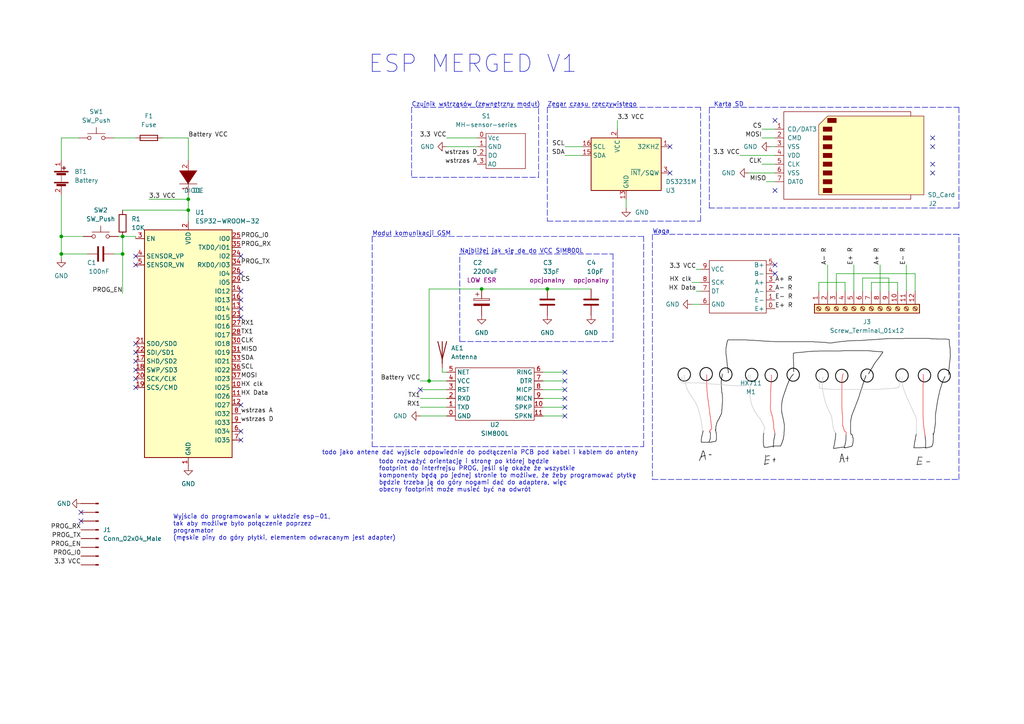
<source format=kicad_sch>
(kicad_sch (version 20211123) (generator eeschema)
  (paper "A4")
  (lib_symbols
    (symbol "Connector:Conn_01x08_Male" (pin_numbers hide) (pin_names (offset 1.016) hide)
      (property "Reference" "J" (at 0 10.16 0))
      (property "Value" "Conn_01x08_Male" (at 0 -12.7 0))
      (symbol "Conn_01x08_Male_1_1"
        (polyline (pts (xy 1.27 -10.16) (xy 0.8636 -10.16)) (stroke (width 0.1524)))
        (polyline (pts (xy 1.27 -7.62) (xy 0.8636 -7.62)) (stroke (width 0.1524)))
        (polyline (pts (xy 1.27 -5.08) (xy 0.8636 -5.08)) (stroke (width 0.1524)))
        (polyline (pts (xy 1.27 -2.54) (xy 0.8636 -2.54)) (stroke (width 0.1524)))
        (polyline (pts (xy 1.27 0) (xy 0.8636 0)) (stroke (width 0.1524)))
        (polyline (pts (xy 1.27 2.54) (xy 0.8636 2.54)) (stroke (width 0.1524)))
        (polyline (pts (xy 1.27 5.08) (xy 0.8636 5.08)) (stroke (width 0.1524)))
        (polyline (pts (xy 1.27 7.62) (xy 0.8636 7.62)) (stroke (width 0.1524)))
        (rectangle (start 0.8636 -10.033) (end 0 -10.287) (stroke (width 0.1524)) (fill (type outline)))
        (rectangle (start 0.8636 -7.493) (end 0 -7.747) (stroke (width 0.1524)) (fill (type outline)))
        (rectangle (start 0.8636 -4.953) (end 0 -5.207) (stroke (width 0.1524)) (fill (type outline)))
        (rectangle (start 0.8636 -2.413) (end 0 -2.667) (stroke (width 0.1524)) (fill (type outline)))
        (rectangle (start 0.8636 0.127) (end 0 -0.127) (stroke (width 0.1524)) (fill (type outline)))
        (rectangle (start 0.8636 2.667) (end 0 2.413) (stroke (width 0.1524)) (fill (type outline)))
        (rectangle (start 0.8636 5.207) (end 0 4.953) (stroke (width 0.1524)) (fill (type outline)))
        (rectangle (start 0.8636 7.747) (end 0 7.493) (stroke (width 0.1524)) (fill (type outline)))
        (pin passive line (at 5.08 7.62 180) (length 3.81) (name "Pin_1") (number "1"))
        (pin passive line (at 5.08 5.08 180) (length 3.81) (name "Pin_2") (number "2"))
        (pin passive line (at 5.08 2.54 180) (length 3.81) (name "Pin_3") (number "3"))
        (pin passive line (at 5.08 0 180) (length 3.81) (name "Pin_4") (number "4"))
        (pin passive line (at 5.08 -2.54 180) (length 3.81) (name "Pin_5") (number "5"))
        (pin passive line (at 5.08 -5.08 180) (length 3.81) (name "Pin_6") (number "6"))
        (pin passive line (at 5.08 -7.62 180) (length 3.81) (name "Pin_7") (number "7"))
        (pin passive line (at 5.08 -10.16 180) (length 3.81) (name "Pin_8") (number "8"))
      )
    )
    (symbol "Connector:SD_Card" (pin_names (offset 1.016))
      (property "Reference" "J2" (at 22.86 -13.97 0))
      (property "Value" "SD_Card" (at 25.4 -11.43 0))
      (symbol "SD_Card_0_1"
        (rectangle (start -8.89 -9.525) (end -6.35 -10.795) (fill (type outline)))
        (rectangle (start -8.89 -6.985) (end -6.35 -8.255) (fill (type outline)))
        (rectangle (start -8.89 -4.445) (end -6.35 -5.715) (fill (type outline)))
        (rectangle (start -8.89 -1.905) (end -6.35 -3.175) (fill (type outline)))
        (rectangle (start -8.89 0.635) (end -6.35 -0.635) (fill (type outline)))
        (rectangle (start -8.89 3.175) (end -6.35 1.905) (fill (type outline)))
        (rectangle (start -8.89 5.715) (end -6.35 4.445) (fill (type outline)))
        (rectangle (start -8.89 8.255) (end -6.35 6.985) (fill (type outline)))
        (rectangle (start -7.62 10.795) (end -5.08 9.525) (fill (type outline)))
        (polyline (pts (xy -10.16 8.89) (xy -7.62 11.43) (xy 20.32 11.43) (xy 20.32 -11.43) (xy -10.16 -11.43) (xy -10.16 8.89)) (fill (type background)))
        (polyline (pts (xy 16.51 11.43) (xy 16.51 12.7) (xy -20.32 12.7) (xy -20.32 -12.7) (xy 16.51 -12.7) (xy 16.51 -11.43)))
      )
      (symbol "SD_Card_1_1"
        (pin input line (at -22.86 7.62 0) (length 2.54) (name "CD/DAT3") (number "1"))
        (pin input line (at -22.86 5.08 0) (length 2.54) (name "CMD") (number "2"))
        (pin power_in line (at -22.86 2.54 0) (length 2.54) (name "VSS") (number "3"))
        (pin passive line (at -22.86 0 0) (length 2.54) (name "VDD") (number "4"))
        (pin input line (at -22.86 -2.54 0) (length 2.54) (name "CLK") (number "5"))
        (pin power_in line (at -22.86 -5.08 0) (length 2.54) (name "VSS") (number "6"))
        (pin input line (at -22.86 -7.62 0) (length 2.54) (name "DAT0") (number "7"))
      )
    )
    (symbol "Connector:Screw_Terminal_01x12" (pin_names (offset 1.016) hide)
      (property "Reference" "J" (at 0 15.24 0))
      (property "Value" "Screw_Terminal_01x12" (at 0 -17.78 0))
      (symbol "Screw_Terminal_01x12_1_1"
        (rectangle (start -1.27 13.97) (end 1.27 -16.51) (stroke (width 0.254)) (fill (type background)))
        (circle (center 0 -15.24) (radius 0.635) (stroke (width 0.1524)))
        (circle (center 0 -12.7) (radius 0.635) (stroke (width 0.1524)))
        (circle (center 0 -10.16) (radius 0.635) (stroke (width 0.1524)))
        (circle (center 0 -7.62) (radius 0.635) (stroke (width 0.1524)))
        (circle (center 0 -5.08) (radius 0.635) (stroke (width 0.1524)))
        (circle (center 0 -2.54) (radius 0.635) (stroke (width 0.1524)))
        (polyline (pts (xy -0.5334 -14.9098) (xy 0.3302 -15.748)) (stroke (width 0.1524)))
        (polyline (pts (xy -0.5334 -12.3698) (xy 0.3302 -13.208)) (stroke (width 0.1524)))
        (polyline (pts (xy -0.5334 -9.8298) (xy 0.3302 -10.668)) (stroke (width 0.1524)))
        (polyline (pts (xy -0.5334 -7.2898) (xy 0.3302 -8.128)) (stroke (width 0.1524)))
        (polyline (pts (xy -0.5334 -4.7498) (xy 0.3302 -5.588)) (stroke (width 0.1524)))
        (polyline (pts (xy -0.5334 -2.2098) (xy 0.3302 -3.048)) (stroke (width 0.1524)))
        (polyline (pts (xy -0.5334 0.3302) (xy 0.3302 -0.508)) (stroke (width 0.1524)))
        (polyline (pts (xy -0.5334 2.8702) (xy 0.3302 2.032)) (stroke (width 0.1524)))
        (polyline (pts (xy -0.5334 5.4102) (xy 0.3302 4.572)) (stroke (width 0.1524)))
        (polyline (pts (xy -0.5334 7.9502) (xy 0.3302 7.112)) (stroke (width 0.1524)))
        (polyline (pts (xy -0.5334 10.4902) (xy 0.3302 9.652)) (stroke (width 0.1524)))
        (polyline (pts (xy -0.5334 13.0302) (xy 0.3302 12.192)) (stroke (width 0.1524)))
        (polyline (pts (xy -0.3556 -14.732) (xy 0.508 -15.5702)) (stroke (width 0.1524)))
        (polyline (pts (xy -0.3556 -12.192) (xy 0.508 -13.0302)) (stroke (width 0.1524)))
        (polyline (pts (xy -0.3556 -9.652) (xy 0.508 -10.4902)) (stroke (width 0.1524)))
        (polyline (pts (xy -0.3556 -7.112) (xy 0.508 -7.9502)) (stroke (width 0.1524)))
        (polyline (pts (xy -0.3556 -4.572) (xy 0.508 -5.4102)) (stroke (width 0.1524)))
        (polyline (pts (xy -0.3556 -2.032) (xy 0.508 -2.8702)) (stroke (width 0.1524)))
        (polyline (pts (xy -0.3556 0.508) (xy 0.508 -0.3302)) (stroke (width 0.1524)))
        (polyline (pts (xy -0.3556 3.048) (xy 0.508 2.2098)) (stroke (width 0.1524)))
        (polyline (pts (xy -0.3556 5.588) (xy 0.508 4.7498)) (stroke (width 0.1524)))
        (polyline (pts (xy -0.3556 8.128) (xy 0.508 7.2898)) (stroke (width 0.1524)))
        (polyline (pts (xy -0.3556 10.668) (xy 0.508 9.8298)) (stroke (width 0.1524)))
        (polyline (pts (xy -0.3556 13.208) (xy 0.508 12.3698)) (stroke (width 0.1524)))
        (circle (center 0 0) (radius 0.635) (stroke (width 0.1524)))
        (circle (center 0 2.54) (radius 0.635) (stroke (width 0.1524)))
        (circle (center 0 5.08) (radius 0.635) (stroke (width 0.1524)))
        (circle (center 0 7.62) (radius 0.635) (stroke (width 0.1524)))
        (circle (center 0 10.16) (radius 0.635) (stroke (width 0.1524)))
        (circle (center 0 12.7) (radius 0.635) (stroke (width 0.1524)))
        (pin passive line (at -5.08 12.7 0) (length 3.81) (name "Pin_1") (number "1"))
        (pin passive line (at -5.08 -10.16 0) (length 3.81) (name "Pin_10") (number "10"))
        (pin passive line (at -5.08 -12.7 0) (length 3.81) (name "Pin_11") (number "11"))
        (pin passive line (at -5.08 -15.24 0) (length 3.81) (name "Pin_12") (number "12"))
        (pin passive line (at -5.08 10.16 0) (length 3.81) (name "Pin_2") (number "2"))
        (pin passive line (at -5.08 7.62 0) (length 3.81) (name "Pin_3") (number "3"))
        (pin passive line (at -5.08 5.08 0) (length 3.81) (name "Pin_4") (number "4"))
        (pin passive line (at -5.08 2.54 0) (length 3.81) (name "Pin_5") (number "5"))
        (pin passive line (at -5.08 0 0) (length 3.81) (name "Pin_6") (number "6"))
        (pin passive line (at -5.08 -2.54 0) (length 3.81) (name "Pin_7") (number "7"))
        (pin passive line (at -5.08 -5.08 0) (length 3.81) (name "Pin_8") (number "8"))
        (pin passive line (at -5.08 -7.62 0) (length 3.81) (name "Pin_9") (number "9"))
      )
    )
    (symbol "Device:Antenna" (pin_numbers hide) (pin_names (offset 1.016) hide)
      (property "Reference" "AE" (at -1.905 1.905 0))
      (property "Value" "Antenna" (at -1.905 0 0))
      (symbol "Antenna_0_1"
        (polyline (pts (xy 0 2.54) (xy 0 -3.81)) (stroke (width 0.254)))
        (polyline (pts (xy 1.27 2.54) (xy 0 -2.54) (xy -1.27 2.54)) (stroke (width 0.254)))
      )
      (symbol "Antenna_1_1"
        (pin input line (at 0 -5.08 90) (length 2.54) (name "A") (number "1"))
      )
    )
    (symbol "Device:Battery" (pin_names (offset 0) hide)
      (property "Reference" "BT" (at 2.54 2.54 0))
      (property "Value" "Battery" (at 2.54 0 0))
      (symbol "Battery_0_1"
        (rectangle (start -2.032 -1.397) (end 2.032 -1.651) (fill (type outline)))
        (rectangle (start -2.032 1.778) (end 2.032 1.524) (fill (type outline)))
        (rectangle (start -1.3208 -1.9812) (end 1.27 -2.4892) (fill (type outline)))
        (rectangle (start -1.3208 1.1938) (end 1.27 0.6858) (fill (type outline)))
        (polyline (pts (xy 0 -1.524) (xy 0 -1.27)))
        (polyline (pts (xy 0 -1.016) (xy 0 -0.762)))
        (polyline (pts (xy 0 -0.508) (xy 0 -0.254)))
        (polyline (pts (xy 0 0) (xy 0 0.254)))
        (polyline (pts (xy 0 0.508) (xy 0 0.762)))
        (polyline (pts (xy 0 1.778) (xy 0 2.54)))
        (polyline (pts (xy 0.254 2.667) (xy 1.27 2.667)) (stroke (width 0.254)))
        (polyline (pts (xy 0.762 3.175) (xy 0.762 2.159)) (stroke (width 0.254)))
      )
      (symbol "Battery_1_1"
        (pin passive line (at 0 5.08 270) (length 2.54) (name "+") (number "1"))
        (pin passive line (at 0 -5.08 90) (length 2.54) (name "-") (number "2"))
      )
    )
    (symbol "Device:C" (pin_numbers hide) (pin_names (offset 0.254))
      (property "Reference" "C" (at 0.635 2.54 0))
      (property "Value" "C" (at 0.635 -2.54 0))
      (symbol "C_0_1"
        (polyline (pts (xy -2.032 -0.762) (xy 2.032 -0.762)) (stroke (width 0.508)))
        (polyline (pts (xy -2.032 0.762) (xy 2.032 0.762)) (stroke (width 0.508)))
      )
      (symbol "C_1_1"
        (pin passive line (at 0 3.81 270) (length 2.794) (name "~") (number "1"))
        (pin passive line (at 0 -3.81 90) (length 2.794) (name "~") (number "2"))
      )
    )
    (symbol "Device:C_Polarized" (pin_numbers hide) (pin_names (offset 0.254))
      (property "Reference" "C" (at 0.635 2.54 0))
      (property "Value" "C_Polarized" (at 0.635 -2.54 0))
      (symbol "C_Polarized_0_1"
        (rectangle (start -2.286 0.508) (end 2.286 1.016))
        (polyline (pts (xy -1.778 2.286) (xy -0.762 2.286)))
        (polyline (pts (xy -1.27 2.794) (xy -1.27 1.778)))
        (rectangle (start 2.286 -0.508) (end -2.286 -1.016) (fill (type outline)))
      )
      (symbol "C_Polarized_1_1"
        (pin passive line (at 0 3.81 270) (length 2.794) (name "~") (number "1"))
        (pin passive line (at 0 -3.81 90) (length 2.794) (name "~") (number "2"))
      )
    )
    (symbol "Device:Fuse" (pin_numbers hide) (pin_names (offset 0))
      (property "Reference" "F" (at 2.032 0 90))
      (property "Value" "Fuse" (at -1.905 0 90))
      (symbol "Fuse_0_1"
        (rectangle (start -0.762 -2.54) (end 0.762 2.54) (stroke (width 0.254)))
        (polyline (pts (xy 0 2.54) (xy 0 -2.54)))
      )
      (symbol "Fuse_1_1"
        (pin passive line (at 0 3.81 270) (length 1.27) (name "~") (number "1"))
        (pin passive line (at 0 -3.81 90) (length 1.27) (name "~") (number "2"))
      )
    )
    (symbol "Device:R" (pin_numbers hide) (pin_names (offset 0))
      (property "Reference" "R" (at 2.032 0 90))
      (property "Value" "R" (at 0 0 90))
      (symbol "R_0_1"
        (rectangle (start -1.016 -2.54) (end 1.016 2.54) (stroke (width 0.254)))
      )
      (symbol "R_1_1"
        (pin passive line (at 0 3.81 270) (length 1.27) (name "~") (number "1"))
        (pin passive line (at 0 -3.81 90) (length 1.27) (name "~") (number "2"))
      )
    )
    (symbol "RF_Module:ESP32-WROOM-32"
      (property "Reference" "U1" (at 2.0194 38.1 0))
      (property "Value" "ESP32-WROOM-32" (at 2.0194 35.56 0))
      (symbol "ESP32-WROOM-32_0_1"
        (rectangle (start -12.7 33.02) (end 12.7 -33.02) (stroke (width 0.254)) (fill (type background)))
      )
      (symbol "ESP32-WROOM-32_1_1"
        (pin power_in line (at 0 -35.56 90) (length 2.54) (name "GND") (number "1"))
        (pin bidirectional line (at 15.24 -12.7 180) (length 2.54) (name "IO25") (number "10"))
        (pin bidirectional line (at 15.24 -15.24 180) (length 2.54) (name "IO26") (number "11"))
        (pin bidirectional line (at 15.24 -17.78 180) (length 2.54) (name "IO27") (number "12"))
        (pin bidirectional line (at 15.24 10.16 180) (length 2.54) (name "IO14") (number "13"))
        (pin bidirectional line (at 15.24 15.24 180) (length 2.54) (name "IO12") (number "14"))
        (pin passive line (at 0 -35.56 90) (length 2.54) hide (name "GND") (number "15"))
        (pin bidirectional line (at 15.24 12.7 180) (length 2.54) (name "IO13") (number "16"))
        (pin bidirectional line (at -15.24 -5.08 0) (length 2.54) (name "SHD/SD2") (number "17"))
        (pin bidirectional line (at -15.24 -7.62 0) (length 2.54) (name "SWP/SD3") (number "18"))
        (pin bidirectional line (at -15.24 -12.7 0) (length 2.54) (name "SCS/CMD") (number "19"))
        (pin passive line (at 0 35.56 270) (length 2.54) (name "VDD") (number "2"))
        (pin bidirectional line (at -15.24 -10.16 0) (length 2.54) (name "SCK/CLK") (number "20"))
        (pin bidirectional line (at -15.24 0 0) (length 2.54) (name "SDO/SD0") (number "21"))
        (pin bidirectional line (at -15.24 -2.54 0) (length 2.54) (name "SDI/SD1") (number "22"))
        (pin bidirectional line (at 15.24 7.62 180) (length 2.54) (name "IO15") (number "23"))
        (pin bidirectional line (at 15.24 25.4 180) (length 2.54) (name "IO2") (number "24"))
        (pin bidirectional line (at 15.24 30.48 180) (length 2.54) (name "IO0") (number "25"))
        (pin bidirectional line (at 15.24 20.32 180) (length 2.54) (name "IO4") (number "26"))
        (pin bidirectional line (at 15.24 5.08 180) (length 2.54) (name "IO16") (number "27"))
        (pin bidirectional line (at 15.24 2.54 180) (length 2.54) (name "IO17") (number "28"))
        (pin bidirectional line (at 15.24 17.78 180) (length 2.54) (name "IO5") (number "29"))
        (pin input line (at -15.24 30.48 0) (length 2.54) (name "EN") (number "3"))
        (pin bidirectional line (at 15.24 0 180) (length 2.54) (name "IO18") (number "30"))
        (pin bidirectional line (at 15.24 -2.54 180) (length 2.54) (name "IO19") (number "31"))
        (pin no_connect line (at -12.7 -27.94 0) (length 2.54) hide (name "NC") (number "32"))
        (pin bidirectional line (at 15.24 -5.08 180) (length 2.54) (name "IO21") (number "33"))
        (pin bidirectional line (at 15.24 22.86 180) (length 2.54) (name "RXD0/IO3") (number "34"))
        (pin bidirectional line (at 15.24 27.94 180) (length 2.54) (name "TXD0/IO1") (number "35"))
        (pin bidirectional line (at 15.24 -7.62 180) (length 2.54) (name "IO22") (number "36"))
        (pin bidirectional line (at 15.24 -10.16 180) (length 2.54) (name "IO23") (number "37"))
        (pin passive line (at 0 -35.56 90) (length 2.54) hide (name "GND") (number "38"))
        (pin passive line (at 0 -35.56 90) (length 2.54) hide (name "GND") (number "39"))
        (pin input line (at -15.24 25.4 0) (length 2.54) (name "SENSOR_VP") (number "4"))
        (pin input line (at -15.24 22.86 0) (length 2.54) (name "SENSOR_VN") (number "5"))
        (pin input line (at 15.24 -25.4 180) (length 2.54) (name "IO34") (number "6"))
        (pin input line (at 15.24 -27.94 180) (length 2.54) (name "IO35") (number "7"))
        (pin bidirectional line (at 15.24 -20.32 180) (length 2.54) (name "IO32") (number "8"))
        (pin bidirectional line (at 15.24 -22.86 180) (length 2.54) (name "IO33") (number "9"))
      )
    )
    (symbol "Switch:SW_Push" (pin_numbers hide) (pin_names (offset 1.016) hide)
      (property "Reference" "SW" (at 1.27 2.54 0))
      (property "Value" "SW_Push" (at 0 -1.524 0))
      (symbol "SW_Push_0_1"
        (circle (center -2.032 0) (radius 0.508))
        (polyline (pts (xy 0 1.27) (xy 0 3.048)))
        (polyline (pts (xy 2.54 1.27) (xy -2.54 1.27)))
        (circle (center 2.032 0) (radius 0.508))
        (pin passive line (at -5.08 0 0) (length 2.54) (name "1") (number "1"))
        (pin passive line (at 5.08 0 180) (length 2.54) (name "2") (number "2"))
      )
    )
    (symbol "Timer_RTC:DS3231M"
      (property "Reference" "U3" (at 11.43 -7.62 0))
      (property "Value" "DS3231M" (at 11.43 -5.08 0))
      (symbol "DS3231M_0_1"
        (rectangle (start -10.16 7.62) (end 10.16 -7.62) (stroke (width 0.254)) (fill (type background)))
      )
      (symbol "DS3231M_1_1"
        (pin open_collector line (at 12.7 5.08 180) (length 2.54) (name "32KHZ") (number "1"))
        (pin power_in line (at 0 -10.16 90) (length 2.54) (name "GND") (number "13"))
        (pin bidirectional line (at -12.7 2.54 0) (length 2.54) (name "SDA") (number "15"))
        (pin input line (at -12.7 5.08 0) (length 2.54) (name "SCL") (number "16"))
        (pin passive line (at -2.54 10.16 270) (length 2.54) (name "VCC") (number "2"))
        (pin open_collector line (at 12.7 -2.54 180) (length 2.54) (name "~{INT}/SQW") (number "3"))
      )
    )
    (symbol "power:GND" (power) (pin_names (offset 0))
      (property "Value" "GND" (at 0 -3.81 0))
      (symbol "GND_0_1"
        (polyline (pts (xy 0 0) (xy 0 -1.27) (xy 1.27 -1.27) (xy 0 -2.54) (xy -1.27 -1.27) (xy 0 -1.27)))
      )
      (symbol "GND_1_1"
        (pin power_in line (at 0 0 270) (length 0) hide (name "GND") (number "1"))
      )
    )
    (symbol "pspice:DIODE" (pin_names (offset 1.016) hide)
      (property "Reference" "D1" (at 3.81 1.2701 90))
      (property "Value" "DIODE" (at 3.81 -1.2699 90))
      (symbol "DIODE_0_1"
        (polyline (pts (xy 1.905 2.54) (xy 1.905 -2.54)))
        (polyline (pts (xy -1.905 2.54) (xy -1.905 -2.54) (xy 1.905 0)) (fill (type outline)))
      )
      (symbol "DIODE_1_1"
        (pin input line (at 5.08 0 180) (length 3.81) (name "A") (number "1"))
        (pin input line (at -5.08 0 0) (length 3.81) (name "K") (number "2"))
      )
    )
    (symbol "wlasna_biblioteka1:HX711"
      (property "Reference" "M1" (at -1.905 21.59 0))
      (property "Value" "HX711" (at -1.905 19.05 0))
      (symbol "HX711_0_1"
        (rectangle (start -6.35 -1.27) (end 10.16 -16.51))
      )
      (symbol "HX711_1_1"
        (pin input line (at -8.89 -2.54 0) (length 2.54) (name "E+") (number "0"))
        (pin input line (at -8.89 -5.08 0) (length 2.54) (name "E-") (number "1"))
        (pin input line (at -8.89 -7.62 0) (length 2.54) (name "A-") (number "2"))
        (pin input line (at -8.89 -10.16 0) (length 2.54) (name "A+") (number "3"))
        (pin input line (at -8.89 -12.7 0) (length 2.54) (name "B-") (number "4"))
        (pin input line (at -8.89 -15.24 0) (length 2.54) (name "B+") (number "5"))
        (pin power_out line (at 12.7 -3.81 180) (length 2.54) (name "GND") (number "6"))
        (pin output line (at 12.7 -7.62 180) (length 2.54) (name "DT") (number "7"))
        (pin output line (at 12.7 -10.16 180) (length 2.54) (name "SCK") (number "8"))
        (pin passive line (at 12.7 -13.97 180) (length 2.54) (name "VCC") (number "9"))
      )
    )
    (symbol "wlasna_biblioteka1:MH-sensor-series"
      (property "Reference" "S" (at 5.715 4.445 0))
      (property "Value" "MH-sensor-series" (at 5.715 2.54 0))
      (symbol "MH-sensor-series_0_1"
        (rectangle (start 0 0) (end 11.43 -10.16))
      )
      (symbol "MH-sensor-series_1_1"
        (pin passive line (at -2.54 -1.27 0) (length 2.54) (name "Vcc") (number "0"))
        (pin passive line (at -2.54 -3.81 0) (length 2.54) (name "GND") (number "1"))
        (pin output line (at -2.54 -6.35 0) (length 2.54) (name "DO") (number "2"))
        (pin output line (at -2.54 -8.89 0) (length 2.54) (name "AO") (number "3"))
      )
    )
    (symbol "wlasna_biblioteka1:SIM800L"
      (property "Reference" "U" (at -5.715 -5.715 0))
      (property "Value" "SIM800L" (at -2.54 -3.81 0))
      (symbol "SIM800L_0_1"
        (rectangle (start -12.7 -6.985) (end 10.16 -22.225))
      )
      (symbol "SIM800L_1_1"
        (pin passive line (at -15.24 -20.955 0) (length 2.54) (name "GND") (number "0"))
        (pin output line (at -15.24 -18.415 0) (length 2.54) (name "TXD") (number "1"))
        (pin output line (at 12.7 -18.415 180) (length 2.54) (name "SPKP") (number "10"))
        (pin output line (at 12.7 -20.955 180) (length 2.54) (name "SPKN") (number "11"))
        (pin input line (at -15.24 -15.875 0) (length 2.54) (name "RXD") (number "2"))
        (pin input line (at -15.24 -13.335 0) (length 2.54) (name "RST") (number "3"))
        (pin passive line (at -15.24 -10.795 0) (length 2.54) (name "VCC") (number "4"))
        (pin output line (at -15.24 -8.255 0) (length 2.54) (name "NET") (number "5"))
        (pin bidirectional line (at 12.7 -8.255 180) (length 2.54) (name "RING") (number "6"))
        (pin bidirectional line (at 12.7 -10.795 180) (length 2.54) (name "DTR") (number "7"))
        (pin input line (at 12.7 -13.335 180) (length 2.54) (name "MICP") (number "8"))
        (pin input line (at 12.7 -15.875 180) (length 2.54) (name "MICN") (number "9"))
      )
    )
  )
  (junction (at 54.61 60.96))
  (junction (at 158.75 83.82))
  (junction (at 17.78 73.66))
  (junction (at 35.56 68.58))
  (junction (at 17.78 68.58))
  (junction (at 139.7 83.82))
  (junction (at 54.61 57.785))
  (junction (at 124.46 110.49))
  (junction (at 35.56 73.66))
  (no_connect (at 163.83 115.57))
  (no_connect (at 270.51 47.625))
  (no_connect (at 39.37 99.695))
  (no_connect (at 39.37 76.835))
  (no_connect (at 194.31 42.545))
  (no_connect (at 224.79 76.835))
  (no_connect (at 69.85 89.535))
  (no_connect (at 39.37 104.775))
  (no_connect (at 224.79 55.245))
  (no_connect (at 270.51 50.165))
  (no_connect (at 270.51 42.545))
  (no_connect (at 163.83 107.95))
  (no_connect (at 69.85 84.455))
  (no_connect (at 121.92 113.03))
  (no_connect (at 163.83 113.03))
  (no_connect (at 39.37 102.235))
  (no_connect (at 163.83 110.49))
  (no_connect (at 23.495 151.13))
  (no_connect (at 39.37 109.855))
  (no_connect (at 23.495 148.59))
  (no_connect (at 69.85 117.475))
  (no_connect (at 224.79 34.925))
  (no_connect (at 163.83 120.65))
  (no_connect (at 69.85 79.375))
  (no_connect (at 69.85 74.295))
  (no_connect (at 69.85 92.075))
  (no_connect (at 69.85 125.095))
  (no_connect (at 224.79 79.375))
  (no_connect (at 163.83 118.11))
  (no_connect (at 39.37 107.315))
  (no_connect (at 270.51 40.005))
  (no_connect (at 69.85 127.635))
  (no_connect (at 39.37 112.395))
  (no_connect (at 39.37 74.295))
  (no_connect (at 69.85 86.995))
  (no_connect (at 194.31 50.165))
  (wire (pts (xy 158.75 83.82) (xy 171.45 83.82)))
  (wire (pts (xy 34.29 68.58) (xy 35.56 68.58)))
  (wire (pts (xy 46.99 40.005) (xy 54.61 40.005)))
  (wire (pts (xy 163.83 120.65) (xy 157.48 120.65)))
  (wire (pts (xy 129.54 40.005) (xy 138.43 40.005)))
  (polyline (pts (xy 107.95 129.54) (xy 186.69 129.54)))
  (polyline (pts (xy 158.75 64.135) (xy 203.2 64.135)))
  (wire (pts (xy 163.83 113.03) (xy 157.48 113.03)))
  (polyline (pts (xy 133.35 73.66) (xy 177.8 73.66)))
  (polyline (pts (xy 205.74 60.325) (xy 205.74 31.115)))
  (wire (pts (xy 39.37 68.58) (xy 39.37 69.215)))
  (wire (pts (xy 255.27 76.835) (xy 255.27 84.455)))
  (wire (pts (xy 217.17 50.165) (xy 224.79 50.165)))
  (polyline (pts (xy 119.38 31.115) (xy 119.38 51.435)))
  (wire (pts (xy 163.83 45.085) (xy 168.91 45.085)))
  (wire (pts (xy 128.27 107.95) (xy 129.54 107.95)))
  (wire (pts (xy 247.65 76.835) (xy 247.65 84.455)))
  (wire (pts (xy 237.49 84.455) (xy 237.49 81.915)))
  (wire (pts (xy 129.54 120.65) (xy 121.92 120.65)))
  (wire (pts (xy 200.66 88.265) (xy 203.2 88.265)))
  (wire (pts (xy 260.35 81.915) (xy 260.35 84.455)))
  (polyline (pts (xy 158.75 31.115) (xy 158.75 64.135)))
  (wire (pts (xy 262.89 76.835) (xy 262.89 84.455)))
  (wire (pts (xy 33.02 40.005) (xy 39.37 40.005)))
  (polyline (pts (xy 133.35 99.06) (xy 133.35 73.66)))
  (wire (pts (xy 265.43 79.375) (xy 265.43 84.455)))
  (wire (pts (xy 240.03 76.835) (xy 240.03 84.455)))
  (wire (pts (xy 54.61 60.96) (xy 54.61 57.785)))
  (wire (pts (xy 17.78 56.515) (xy 17.78 68.58)))
  (wire (pts (xy 222.25 52.705) (xy 224.79 52.705)))
  (wire (pts (xy 33.02 73.66) (xy 35.56 73.66)))
  (wire (pts (xy 17.78 73.66) (xy 25.4 73.66)))
  (wire (pts (xy 17.78 73.66) (xy 17.78 74.93)))
  (polyline (pts (xy 119.38 51.435) (xy 156.21 51.435)))
  (wire (pts (xy 257.81 80.645) (xy 257.81 84.455)))
  (wire (pts (xy 54.61 60.96) (xy 35.56 60.96)))
  (wire (pts (xy 181.61 60.325) (xy 181.61 57.785)))
  (polyline (pts (xy 107.95 68.58) (xy 107.95 129.54)))
  (wire (pts (xy 220.98 37.465) (xy 224.79 37.465)))
  (polyline (pts (xy 278.13 67.945) (xy 189.23 67.945)))
  (wire (pts (xy 17.78 40.005) (xy 22.86 40.005)))
  (wire (pts (xy 129.54 113.03) (xy 121.92 113.03)))
  (polyline (pts (xy 189.23 139.065) (xy 278.13 139.065)))
  (wire (pts (xy 163.83 107.95) (xy 157.48 107.95)))
  (wire (pts (xy 242.57 79.375) (xy 265.43 79.375)))
  (wire (pts (xy 124.46 110.49) (xy 129.54 110.49)))
  (wire (pts (xy 35.56 73.66) (xy 35.56 85.09)))
  (polyline (pts (xy 203.2 31.115) (xy 158.75 31.115)))
  (polyline (pts (xy 186.69 68.58) (xy 107.95 68.58)))
  (wire (pts (xy 54.61 57.785) (xy 43.18 57.785)))
  (polyline (pts (xy 278.13 31.115) (xy 278.13 60.325)))
  (wire (pts (xy 17.78 68.58) (xy 24.13 68.58)))
  (wire (pts (xy 250.19 80.645) (xy 257.81 80.645)))
  (wire (pts (xy 252.73 81.915) (xy 260.35 81.915)))
  (wire (pts (xy 124.46 83.82) (xy 139.7 83.82)))
  (wire (pts (xy 237.49 81.915) (xy 245.11 81.915)))
  (wire (pts (xy 121.92 110.49) (xy 124.46 110.49)))
  (wire (pts (xy 163.83 118.11) (xy 157.48 118.11)))
  (polyline (pts (xy 203.2 64.135) (xy 203.2 31.115)))
  (polyline (pts (xy 189.23 67.945) (xy 189.23 139.065)))
  (wire (pts (xy 124.46 83.82) (xy 124.46 110.49)))
  (wire (pts (xy 128.27 107.95) (xy 128.27 106.68)))
  (wire (pts (xy 35.56 68.58) (xy 39.37 68.58)))
  (polyline (pts (xy 278.13 139.065) (xy 278.13 67.945)))
  (wire (pts (xy 250.19 84.455) (xy 250.19 80.645)))
  (wire (pts (xy 220.98 40.005) (xy 224.79 40.005)))
  (wire (pts (xy 54.61 46.355) (xy 54.61 40.005)))
  (wire (pts (xy 139.7 83.82) (xy 158.75 83.82)))
  (wire (pts (xy 35.56 68.58) (xy 35.56 73.66)))
  (wire (pts (xy 54.61 64.135) (xy 54.61 60.96)))
  (wire (pts (xy 163.83 110.49) (xy 157.48 110.49)))
  (wire (pts (xy 214.63 45.085) (xy 224.79 45.085)))
  (wire (pts (xy 201.93 78.105) (xy 203.2 78.105)))
  (wire (pts (xy 163.83 115.57) (xy 157.48 115.57)))
  (polyline (pts (xy 278.13 60.325) (xy 205.74 60.325)))
  (wire (pts (xy 17.78 46.355) (xy 17.78 40.005)))
  (wire (pts (xy 242.57 84.455) (xy 242.57 79.375)))
  (wire (pts (xy 245.11 81.915) (xy 245.11 84.455)))
  (polyline (pts (xy 156.21 31.115) (xy 119.38 31.115)))
  (wire (pts (xy 201.93 84.455) (xy 203.2 84.455)))
  (wire (pts (xy 220.98 47.625) (xy 224.79 47.625)))
  (polyline (pts (xy 133.35 99.06) (xy 177.8 99.06)))
  (wire (pts (xy 17.78 68.58) (xy 17.78 73.66)))
  (polyline (pts (xy 177.8 73.66) (xy 177.8 99.06)))
  (wire (pts (xy 163.83 42.545) (xy 168.91 42.545)))
  (wire (pts (xy 129.54 115.57) (xy 121.92 115.57)))
  (polyline (pts (xy 205.74 31.115) (xy 278.13 31.115)))
  (wire (pts (xy 223.52 42.545) (xy 224.79 42.545)))
  (polyline (pts (xy 186.69 129.54) (xy 186.69 68.58)))
  (wire (pts (xy 129.54 42.545) (xy 138.43 42.545)))
  (polyline (pts (xy 156.21 51.435) (xy 156.21 31.115)))
  (wire (pts (xy 54.61 57.785) (xy 54.61 56.515)))
  (wire (pts (xy 252.73 84.455) (xy 252.73 81.915)))
  (wire (pts (xy 129.54 118.11) (xy 121.92 118.11)))
  (wire (pts (xy 200.66 81.915) (xy 203.2 81.915)))
  (wire (pts (xy 179.07 34.925) (xy 179.07 37.465)))
  (image (at 233.68 117.475) (scale 0.560199))
  (text "ESP MERGED V1" (at 106.68 21.59 0) (effects (font (size 5 5)) (justify left bottom)))
  (text "Karta SD" (at 207.01 31.115 0) (effects (font (size 1.27 1.27)) (justify left bottom)))
  (text "todo rozważyć orientację i stronę po której będzie\nfootprint do interfrejsu PROG, jeśli się okaże że wszystkie\nkomponenty będą po jednej stronie to możliwe, że żeby programować płytkę\nbędzie trzeba ją do góry nogami dać do adaptera, więc\nobecny footprint może musieć być na odwrót" (at 109.855 142.875 0) (effects (font (size 1.27 1.27)) (justify left bottom)))
  (text "Najbliżej jak się da do VCC SIM800L" (at 133.35 73.66 0) (effects (font (size 1.27 1.27)) (justify left bottom)))
  (text "Czujnik wstrząsów (zewnętrzny moduł)" (at 119.38 31.115 0) (effects (font (size 1.27 1.27)) (justify left bottom)))
  (text "Zegar czasu rzeczywistego" (at 158.75 31.115 0) (effects (font (size 1.27 1.27)) (justify left bottom)))
  (text "todo jako antene dać wyjście odpowiednie do podłączenia PCB pod kabel i kablem do anteny " (at 93.345 132.08 0) (effects (font (size 1.27 1.27)) (justify left bottom)))
  (text "Waga" (at 189.23 67.945 0) (effects (font (size 1.27 1.27)) (justify left bottom)))
  (text "Moduł komunikacji GSM" (at 107.95 68.58 0) (effects (font (size 1.27 1.27)) (justify left bottom)))
  (text "Wyjścia do programowania w układzie esp-01,\ntak aby możliwe było połączenie poprzez\nprogramator\n(męskie piny do góry płytki, elementem odwracanym jest adapter)" (at 50.165 156.845 0) (effects (font (size 1.27 1.27)) (justify left bottom)))
  (label "CS" (at 69.85 81.915 0))
  (label "E- R" (at 224.79 86.995 0))
  (label "E+ R" (at 247.65 76.835 90))
  (label "3.3 VCC" (at 129.54 40.005 180))
  (label "RX1" (at 69.85 94.615 0))
  (label "wstrzas A" (at 138.43 47.625 180))
  (label "E+ R" (at 224.79 89.535 0))
  (label "Battery VCC" (at 121.92 110.49 180))
  (label "3.3 VCC" (at 201.93 78.105 180))
  (label "wstrzas A" (at 69.85 120.015 0))
  (label "3.3 VCC" (at 43.18 57.785 0))
  (label "3.3 VCC" (at 179.07 34.925 0))
  (label "PROG_RX" (at 23.495 153.67 180))
  (label "MISO" (at 69.85 102.235 0))
  (label "PROG_I0" (at 69.85 69.215 0))
  (label "HX clk" (at 69.85 112.395 0))
  (label "SDA" (at 69.85 104.775 0))
  (label "wstrzas D" (at 138.43 45.085 180))
  (label "SCL" (at 69.85 107.315 0))
  (label "RX1" (at 121.92 118.11 180))
  (label "PROG_TX" (at 23.495 156.21 180))
  (label "A- R" (at 224.79 84.455 0))
  (label "PROG_I0" (at 23.495 161.29 180))
  (label "Battery VCC" (at 54.61 40.005 0))
  (label "HX clk" (at 200.66 81.915 180))
  (label "PROG_RX" (at 69.85 71.755 0))
  (label "A+ R" (at 224.79 81.915 0))
  (label "CLK" (at 69.85 99.695 0))
  (label "wstrzas D" (at 69.85 122.555 0))
  (label "TX1" (at 69.85 97.155 0))
  (label "HX Data" (at 201.93 84.455 180))
  (label "MISO" (at 222.25 52.705 180))
  (label "HX Data" (at 69.85 114.935 0))
  (label "A- R" (at 240.03 76.835 90))
  (label "MOSI" (at 220.98 40.005 180))
  (label "A+ R" (at 255.27 76.835 90))
  (label "PROG_EN" (at 35.56 85.09 180))
  (label "SCL" (at 163.83 42.545 180))
  (label "3.3 VCC" (at 23.495 163.83 180))
  (label "E- R" (at 262.89 76.835 90))
  (label "PROG_EN" (at 23.495 158.75 180))
  (label "MOSI" (at 69.85 109.855 0))
  (label "TX1" (at 121.92 115.57 180))
  (label "CS" (at 220.98 37.465 180))
  (label "3.3 VCC" (at 214.63 45.085 180))
  (label "CLK" (at 220.98 47.625 180))
  (label "SDA" (at 163.83 45.085 180))
  (label "PROG_TX" (at 69.85 76.835 0))
  (symbol (lib_id "power:GND") (at 217.17 50.165 270) (unit 1)
    (property "Reference" "#PWR0105" (effects hide))
    (property "Value" "GND" (at 213.36 50.165 90) (effects (justify right)))
  )
  (symbol (lib_id "wlasna_biblioteka1:MH-sensor-series") (at 140.97 38.735 0) (unit 1)
    (property "Reference" "S1" (at 139.7 33.655 0) (effects (justify left)))
    (property "Value" "MH-sensor-series" (at 132.08 36.195 0) (effects (justify left)))
    (property "Footprint" "wlasne_footprinty:MH-sensor-series" (effects hide))
  )
  (symbol (lib_id "Connector:SD_Card") (at 247.65 45.085 0) (unit 1)
    (property "Reference" "J2" (at 270.51 59.055 0))
    (property "Value" "SD_Card" (at 273.05 56.515 0))
    (property "Footprint" "wlasne_footprinty:karta sd" (effects hide))
    (property "Datasheet" "http://portal.fciconnect.com/Comergent//fci/drawing/10067847.pdf" (effects hide))
  )
  (symbol (lib_id "power:GND") (at 17.78 74.93 0) (unit 1)
    (property "Reference" "#PWR0110" (effects hide))
    (property "Value" "GND" (at 17.78 80.01 0))
  )
  (symbol (lib_id "power:GND") (at 121.92 120.65 270) (unit 1)
    (property "Reference" "#PWR0107" (effects hide))
    (property "Value" "GND" (at 118.11 120.6499 90) (effects (justify right)))
  )
  (symbol (lib_id "Connector:Conn_01x08_Male") (at 28.575 156.21 180) (unit 1)
    (property "Reference" "J1" (at 29.845 153.6699 0) (effects (justify right)))
    (property "Value" "Conn_02x04_Male" (at 29.845 156.2099 0) (effects (justify right)))
    (property "Footprint" "wlasne_footprinty:prog pins ESP32 (aka esp01) v2 (odwrocone)" (effects hide))
  )
  (symbol (lib_id "wlasna_biblioteka1:HX711") (at 215.9 92.075 180) (unit 1)
    (property "Reference" "M1" (at 217.805 113.665 0))
    (property "Value" "HX711" (at 217.805 111.125 0))
    (property "Footprint" "wlasne_footprinty:hx711" (effects hide))
  )
  (symbol (lib_id "power:GND") (at 139.7 91.44 0) (unit 1)
    (property "Reference" "#PWR0101" (effects hide))
    (property "Value" "GND" (at 139.7 96.52 0))
  )
  (symbol (lib_id "power:GND") (at 200.66 88.265 270) (unit 1)
    (property "Reference" "#PWR0109" (effects hide))
    (property "Value" "GND" (at 193.04 88.265 90) (effects (justify left)))
  )
  (symbol (lib_id "Device:C_Polarized") (at 139.7 87.63 0) (unit 1)
    (property "Reference" "C2" (at 137.16 76.2 0) (effects (justify left)))
    (property "Value" "2200uF" (at 137.16 78.74 0) (effects (justify left)))
    (property "Footprint" "Capacitor_THT:CP_Radial_D10.0mm_P5.00mm" (effects hide))
    (property "opis" "LOW ESR" (at 139.7 81.28 0))
  )
  (symbol (lib_id "pspice:DIODE") (at 54.61 51.435 270) (unit 1)
    (property "Reference" "D1" (at 55.8801 55.245 90) (effects (justify left)))
    (property "Value" "DIODE" (at 53.3401 55.245 90) (effects (justify left)))
    (property "Footprint" "Diode_THT:D_A-405_P10.16mm_Horizontal" (effects hide))
  )
  (symbol (lib_id "Connector:Screw_Terminal_01x12") (at 250.19 89.535 90) (mirror x) (unit 1)
    (property "Reference" "J3" (at 251.46 93.345 90))
    (property "Value" "Screw_Terminal_01x12" (at 251.46 95.885 90))
    (property "Footprint" "wlasne_footprinty:screw connector 12" (effects hide))
  )
  (symbol (lib_id "Device:C") (at 29.21 73.66 90) (unit 1)
    (property "Reference" "C1" (at 27.94 76.2 90) (effects (justify left)))
    (property "Value" "100nF" (at 31.75 78.74 90) (effects (justify left)))
    (property "Footprint" "Capacitor_THT:CP_Radial_Tantal_D5.0mm_P2.50mm" (effects hide))
  )
  (symbol (lib_id "Device:C") (at 171.45 87.63 0) (unit 1)
    (property "Reference" "C4" (at 170.18 76.2 0) (effects (justify left)))
    (property "Value" "10pF" (at 170.18 78.74 0) (effects (justify left)))
    (property "Footprint" "Capacitor_THT:CP_Radial_Tantal_D5.0mm_P2.50mm" (effects hide))
    (property "opis" "opcjonalny" (at 171.45 81.28 0))
  )
  (symbol (lib_id "Timer_RTC:DS3231M") (at 181.61 47.625 0) (unit 1)
    (property "Reference" "U3" (at 193.04 55.245 0) (effects (justify left)))
    (property "Value" "DS3231M" (at 193.04 52.705 0) (effects (justify left)))
    (property "Footprint" "wlasne_footprinty:ds3231" (effects hide))
    (property "Datasheet" "http://datasheets.maximintegrated.com/en/ds/DS3231.pdf" (effects hide))
  )
  (symbol (lib_id "Device:Antenna") (at 128.27 101.6 0) (unit 1)
    (property "Reference" "AE1" (at 130.81 100.9649 0) (effects (justify left)))
    (property "Value" "Antenna" (at 130.81 103.5049 0) (effects (justify left)))
    (property "Footprint" "Connector_Coaxial:SMA_Amphenol_132291_Vertical" (effects hide))
    (property "opis" "SMA" (effects hide))
  )
  (symbol (lib_id "power:GND") (at 54.61 135.255 0) (unit 1)
    (property "Reference" "#PWR0112" (effects hide))
    (property "Value" "GND" (at 54.61 140.335 0))
  )
  (symbol (lib_id "power:GND") (at 223.52 42.545 270) (unit 1)
    (property "Reference" "#PWR0104" (effects hide))
    (property "Value" "GND" (at 219.71 42.5449 90) (effects (justify right)))
  )
  (symbol (lib_id "power:GND") (at 181.61 60.325 0) (unit 1)
    (property "Reference" "#PWR0108" (effects hide))
    (property "Value" "GND" (at 184.15 61.5949 0) (effects (justify left)))
  )
  (symbol (lib_id "power:GND") (at 129.54 42.545 270) (unit 1)
    (property "Reference" "#PWR0103" (effects hide))
    (property "Value" "GND" (at 121.92 42.545 90) (effects (justify left)))
  )
  (symbol (lib_id "Switch:SW_Push") (at 29.21 68.58 0) (unit 1)
    (property "Reference" "SW2" (at 29.21 60.96 0))
    (property "Value" "SW_Push" (at 29.21 63.5 0))
    (property "Footprint" "wlasne_footprinty:mały button" (effects hide))
  )
  (symbol (lib_id "Device:C") (at 158.75 87.63 0) (unit 1)
    (property "Reference" "C3" (at 157.48 76.2 0) (effects (justify left)))
    (property "Value" "33pF" (at 157.48 78.74 0) (effects (justify left)))
    (property "Footprint" "Capacitor_THT:CP_Radial_Tantal_D5.0mm_P2.50mm" (effects hide))
    (property "Opis" "opcjonalny" (at 158.75 81.28 0))
  )
  (symbol (lib_id "Switch:SW_Push") (at 27.94 40.005 0) (unit 1)
    (property "Reference" "SW1" (at 27.94 32.385 0))
    (property "Value" "SW_Push" (at 27.94 34.925 0))
    (property "Footprint" "wlasne_footprinty:wlacznik" (effects hide))
  )
  (symbol (lib_id "RF_Module:ESP32-WROOM-32") (at 54.61 99.695 0) (unit 1)
    (property "Reference" "U1" (at 56.6294 61.595 0) (effects (justify left)))
    (property "Value" "ESP32-WROOM-32" (at 56.6294 64.135 0) (effects (justify left)))
    (property "Footprint" "RF_Module:ESP32-WROOM-32" (effects hide))
    (property "Datasheet" "https://www.espressif.com/sites/default/files/documentation/esp32-wroom-32_datasheet_en.pdf" (effects hide))
  )
  (symbol (lib_id "power:GND") (at 171.45 91.44 0) (unit 1)
    (property "Reference" "#PWR0106" (effects hide))
    (property "Value" "GND" (at 171.45 96.52 0))
  )
  (symbol (lib_id "wlasna_biblioteka1:SIM800L") (at 144.78 99.695 0) (unit 1)
    (property "Reference" "U2" (at 143.51 123.19 0))
    (property "Value" "SIM800L" (at 143.51 125.73 0))
    (property "Footprint" "wlasne_footprinty:sim800l" (effects hide))
  )
  (symbol (lib_id "Device:Fuse") (at 43.18 40.005 90) (unit 1)
    (property "Reference" "F1" (at 43.18 33.655 90))
    (property "Value" "Fuse" (at 43.18 36.195 90))
    (property "Footprint" "Resistor_THT:R_Axial_DIN0411_L9.9mm_D3.6mm_P15.24mm_Horizontal" (effects hide))
  )
  (symbol (lib_id "power:GND") (at 158.75 91.44 0) (unit 1)
    (property "Reference" "#PWR0102" (effects hide))
    (property "Value" "GND" (at 158.75 96.52 0))
  )
  (symbol (lib_id "power:GND") (at 23.495 146.05 270) (unit 1)
    (property "Reference" "#PWR0111" (effects hide))
    (property "Value" "GND" (at 16.51 146.05 90) (effects (justify left)))
  )
  (symbol (lib_id "Device:R") (at 35.56 64.77 0) (unit 1)
    (property "Reference" "R1" (at 38.1 63.4999 0) (effects (justify left)))
    (property "Value" "10K" (at 38.1 66.0399 0) (effects (justify left)))
    (property "Footprint" "Resistor_THT:R_Axial_DIN0207_L6.3mm_D2.5mm_P10.16mm_Horizontal" (effects hide))
  )
  (symbol (lib_id "Device:Battery") (at 17.78 51.435 0) (unit 1)
    (property "Reference" "BT1" (at 21.59 49.7839 0) (effects (justify left)))
    (property "Value" "Battery" (at 21.59 52.3239 0) (effects (justify left)))
    (property "Footprint" "wlasne_footprinty:koszyk na baterie 1x1" (effects hide))
  )
)
</source>
